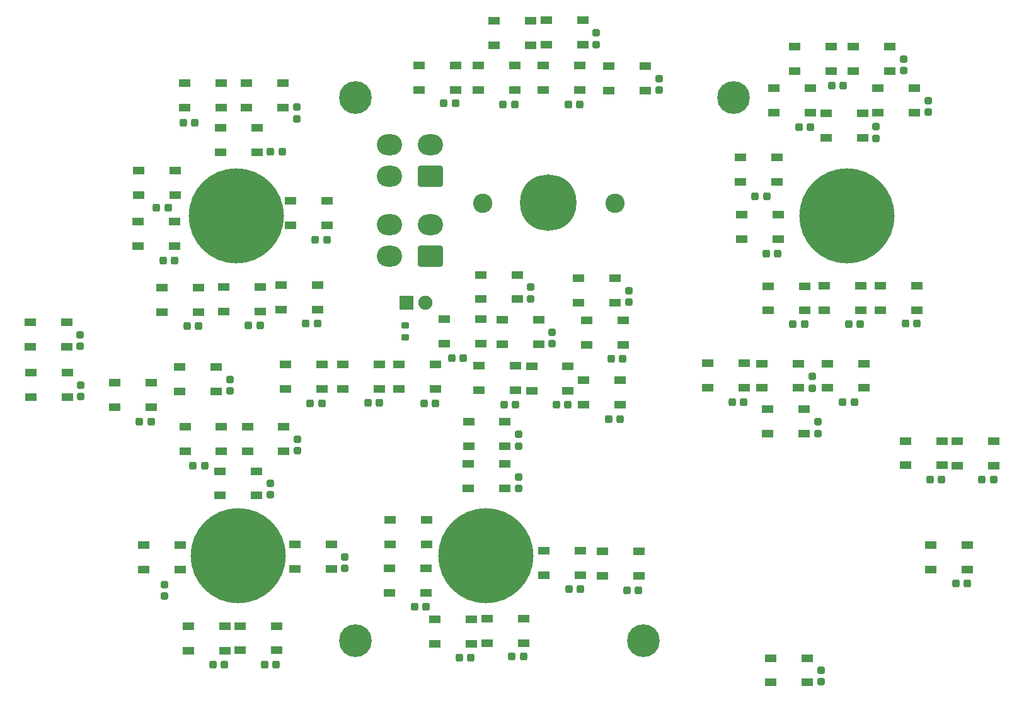
<source format=gbr>
%TF.GenerationSoftware,KiCad,Pcbnew,(6.0.9)*%
%TF.CreationDate,2022-12-26T15:58:23-09:00*%
%TF.ProjectId,ECS Panel PCB V2,45435320-5061-46e6-956c-205043422056,rev?*%
%TF.SameCoordinates,Original*%
%TF.FileFunction,Soldermask,Top*%
%TF.FilePolarity,Negative*%
%FSLAX46Y46*%
G04 Gerber Fmt 4.6, Leading zero omitted, Abs format (unit mm)*
G04 Created by KiCad (PCBNEW (6.0.9)) date 2022-12-26 15:58:23*
%MOMM*%
%LPD*%
G01*
G04 APERTURE LIST*
G04 Aperture macros list*
%AMRoundRect*
0 Rectangle with rounded corners*
0 $1 Rounding radius*
0 $2 $3 $4 $5 $6 $7 $8 $9 X,Y pos of 4 corners*
0 Add a 4 corners polygon primitive as box body*
4,1,4,$2,$3,$4,$5,$6,$7,$8,$9,$2,$3,0*
0 Add four circle primitives for the rounded corners*
1,1,$1+$1,$2,$3*
1,1,$1+$1,$4,$5*
1,1,$1+$1,$6,$7*
1,1,$1+$1,$8,$9*
0 Add four rect primitives between the rounded corners*
20,1,$1+$1,$2,$3,$4,$5,0*
20,1,$1+$1,$4,$5,$6,$7,0*
20,1,$1+$1,$6,$7,$8,$9,0*
20,1,$1+$1,$8,$9,$2,$3,0*%
G04 Aperture macros list end*
%ADD10RoundRect,0.250000X-0.275000X0.200000X-0.275000X-0.200000X0.275000X-0.200000X0.275000X0.200000X0*%
%ADD11RoundRect,0.050000X-0.900000X-0.900000X0.900000X-0.900000X0.900000X0.900000X-0.900000X0.900000X0*%
%ADD12C,1.900000*%
%ADD13RoundRect,0.275000X-0.225000X-0.250000X0.225000X-0.250000X0.225000X0.250000X-0.225000X0.250000X0*%
%ADD14RoundRect,0.275000X0.250000X-0.225000X0.250000X0.225000X-0.250000X0.225000X-0.250000X-0.225000X0*%
%ADD15RoundRect,0.275000X0.225000X0.250000X-0.225000X0.250000X-0.225000X-0.250000X0.225000X-0.250000X0*%
%ADD16RoundRect,0.275000X-0.250000X0.225000X-0.250000X-0.225000X0.250000X-0.225000X0.250000X0.225000X0*%
%ADD17RoundRect,0.050000X-0.750000X-0.450000X0.750000X-0.450000X0.750000X0.450000X-0.750000X0.450000X0*%
%ADD18RoundRect,0.300001X1.399999X-1.099999X1.399999X1.099999X-1.399999X1.099999X-1.399999X-1.099999X0*%
%ADD19O,3.400000X2.800000*%
%ADD20C,12.800000*%
%ADD21C,7.600000*%
%ADD22C,4.400000*%
%ADD23C,2.600000*%
G04 APERTURE END LIST*
D10*
%TO.C,R1*%
X74000000Y-109350000D03*
X74000000Y-111000000D03*
%TD*%
D11*
%TO.C,D1*%
X74200000Y-106300000D03*
D12*
X76740000Y-106300000D03*
%TD*%
D13*
%TO.C,C2*%
X44212500Y-82100000D03*
X45762500Y-82100000D03*
%TD*%
D14*
%TO.C,C3*%
X59500000Y-81562500D03*
X59500000Y-80012500D03*
%TD*%
D15*
%TO.C,C4*%
X57475000Y-86000000D03*
X55925000Y-86000000D03*
%TD*%
D13*
%TO.C,C5*%
X40617500Y-93540000D03*
X42167500Y-93540000D03*
%TD*%
%TO.C,C6*%
X41527500Y-100610000D03*
X43077500Y-100610000D03*
%TD*%
D16*
%TO.C,C7*%
X30360000Y-110627000D03*
X30360000Y-112177000D03*
%TD*%
%TO.C,C8*%
X30420000Y-117377000D03*
X30420000Y-118927000D03*
%TD*%
D13*
%TO.C,C9*%
X44697500Y-109470000D03*
X46247500Y-109470000D03*
%TD*%
%TO.C,C10*%
X60667500Y-109130000D03*
X62217500Y-109130000D03*
%TD*%
%TO.C,C11*%
X61947500Y-97800000D03*
X63497500Y-97800000D03*
%TD*%
%TO.C,C12*%
X52967500Y-109380000D03*
X54517500Y-109380000D03*
%TD*%
%TO.C,C13*%
X38317500Y-122280000D03*
X39867500Y-122280000D03*
%TD*%
D16*
%TO.C,C14*%
X50490000Y-116637000D03*
X50490000Y-118187000D03*
%TD*%
D13*
%TO.C,C15*%
X61267500Y-119820000D03*
X62817500Y-119820000D03*
%TD*%
%TO.C,C16*%
X68987500Y-119810000D03*
X70537500Y-119810000D03*
%TD*%
%TO.C,C17*%
X76547500Y-119840000D03*
X78097500Y-119840000D03*
%TD*%
%TO.C,C18*%
X87277500Y-119990000D03*
X88827500Y-119990000D03*
%TD*%
%TO.C,C19*%
X94335000Y-120060000D03*
X95885000Y-120060000D03*
%TD*%
%TO.C,C20*%
X101717000Y-113860000D03*
X103267000Y-113860000D03*
%TD*%
%TO.C,C21*%
X101335000Y-121990000D03*
X102885000Y-121990000D03*
%TD*%
D16*
%TO.C,C22*%
X104050000Y-104707000D03*
X104050000Y-106257000D03*
%TD*%
%TO.C,C24*%
X93750000Y-110293000D03*
X93750000Y-111843000D03*
%TD*%
D13*
%TO.C,C25*%
X80297500Y-113760000D03*
X81847500Y-113760000D03*
%TD*%
%TO.C,C26*%
X79207500Y-79500000D03*
X80757500Y-79500000D03*
%TD*%
%TO.C,C27*%
X87167500Y-79610000D03*
X88717500Y-79610000D03*
%TD*%
%TO.C,C28*%
X95917500Y-79630000D03*
X97467500Y-79630000D03*
%TD*%
D16*
%TO.C,C29*%
X99670000Y-70027500D03*
X99670000Y-71577500D03*
%TD*%
%TO.C,C30*%
X108120000Y-76127500D03*
X108120000Y-77677500D03*
%TD*%
D13*
%TO.C,C31*%
X126913000Y-82670000D03*
X128463000Y-82670000D03*
%TD*%
D16*
%TO.C,C23*%
X90860000Y-104227000D03*
X90860000Y-105777000D03*
%TD*%
D13*
%TO.C,C32*%
X45527500Y-128250000D03*
X47077500Y-128250000D03*
%TD*%
D16*
%TO.C,C33*%
X59540000Y-124657000D03*
X59540000Y-126207000D03*
%TD*%
%TO.C,C34*%
X55880000Y-130617000D03*
X55880000Y-132167000D03*
%TD*%
%TO.C,C35*%
X65910000Y-140487000D03*
X65910000Y-142037000D03*
%TD*%
D13*
%TO.C,C36*%
X75257500Y-147200000D03*
X76807500Y-147200000D03*
%TD*%
%TO.C,C37*%
X48217500Y-155030000D03*
X49767500Y-155030000D03*
%TD*%
D14*
%TO.C,C38*%
X41700000Y-145762500D03*
X41700000Y-144212500D03*
%TD*%
D13*
%TO.C,C39*%
X88353500Y-153924000D03*
X89903500Y-153924000D03*
%TD*%
%TO.C,C40*%
X81307500Y-154080000D03*
X82857500Y-154080000D03*
%TD*%
%TO.C,C41*%
X96037500Y-144800000D03*
X97587500Y-144800000D03*
%TD*%
%TO.C,C42*%
X103837000Y-145000000D03*
X105387000Y-145000000D03*
%TD*%
%TO.C,C43*%
X117972000Y-119700000D03*
X119522000Y-119700000D03*
%TD*%
%TO.C,C45*%
X144537000Y-130100000D03*
X146087000Y-130100000D03*
%TD*%
D16*
%TO.C,C46*%
X128700000Y-116237000D03*
X128700000Y-117787000D03*
%TD*%
D13*
%TO.C,C48*%
X151537000Y-130100000D03*
X153087000Y-130100000D03*
%TD*%
%TO.C,C49*%
X148037000Y-144100000D03*
X149587000Y-144100000D03*
%TD*%
D16*
%TO.C,C50*%
X129900000Y-155737000D03*
X129900000Y-157287000D03*
%TD*%
D13*
%TO.C,C51*%
X126137000Y-109200000D03*
X127687000Y-109200000D03*
%TD*%
D16*
%TO.C,C44*%
X129500000Y-122337000D03*
X129500000Y-123887000D03*
%TD*%
D15*
%TO.C,C52*%
X132863000Y-77100000D03*
X131313000Y-77100000D03*
%TD*%
D16*
%TO.C,C54*%
X144300000Y-79137500D03*
X144300000Y-80687500D03*
%TD*%
%TO.C,C55*%
X137300000Y-82637500D03*
X137300000Y-84187500D03*
%TD*%
D13*
%TO.C,C56*%
X121037000Y-92000000D03*
X122587000Y-92000000D03*
%TD*%
%TO.C,C57*%
X141237000Y-109100000D03*
X142787000Y-109100000D03*
%TD*%
%TO.C,C58*%
X133637000Y-109200000D03*
X135187000Y-109200000D03*
%TD*%
%TO.C,C60*%
X55137500Y-155000000D03*
X56687500Y-155000000D03*
%TD*%
D16*
%TO.C,C61*%
X89300000Y-124037000D03*
X89300000Y-125587000D03*
%TD*%
%TO.C,C53*%
X141000000Y-73537500D03*
X141000000Y-75087500D03*
%TD*%
D13*
%TO.C,C59*%
X122537000Y-99700000D03*
X124087000Y-99700000D03*
%TD*%
D16*
%TO.C,C62*%
X89300000Y-129737000D03*
X89300000Y-131287000D03*
%TD*%
D13*
%TO.C,C47*%
X132802000Y-119700000D03*
X134352000Y-119700000D03*
%TD*%
D17*
%TO.C,D2*%
X23712000Y-115698000D03*
X23712000Y-118998000D03*
X28612000Y-118998000D03*
X28612000Y-115698000D03*
%TD*%
%TO.C,D3*%
X23661200Y-108942000D03*
X23661200Y-112242000D03*
X28561200Y-112242000D03*
X28561200Y-108942000D03*
%TD*%
%TO.C,D4*%
X38164600Y-95378000D03*
X38164600Y-98678000D03*
X43064600Y-98678000D03*
X43064600Y-95378000D03*
%TD*%
%TO.C,D5*%
X38190000Y-88520000D03*
X38190000Y-91820000D03*
X43090000Y-91820000D03*
X43090000Y-88520000D03*
%TD*%
%TO.C,D6*%
X44413000Y-76759800D03*
X44413000Y-80059800D03*
X49313000Y-80059800D03*
X49313000Y-76759800D03*
%TD*%
%TO.C,D7*%
X52718800Y-76759800D03*
X52718800Y-80059800D03*
X57618800Y-80059800D03*
X57618800Y-76759800D03*
%TD*%
%TO.C,D9*%
X58586200Y-92609400D03*
X58586200Y-95909400D03*
X63486200Y-95909400D03*
X63486200Y-92609400D03*
%TD*%
%TO.C,D10*%
X57341600Y-103938000D03*
X57341600Y-107238000D03*
X62241600Y-107238000D03*
X62241600Y-103938000D03*
%TD*%
%TO.C,D11*%
X49620000Y-104166000D03*
X49620000Y-107466000D03*
X54520000Y-107466000D03*
X54520000Y-104166000D03*
%TD*%
%TO.C,D12*%
X41365000Y-104268000D03*
X41365000Y-107568000D03*
X46265000Y-107568000D03*
X46265000Y-104268000D03*
%TD*%
%TO.C,D13*%
X75883600Y-74397600D03*
X75883600Y-77697600D03*
X80783600Y-77697600D03*
X80783600Y-74397600D03*
%TD*%
%TO.C,D14*%
X83859200Y-74423000D03*
X83859200Y-77723000D03*
X88759200Y-77723000D03*
X88759200Y-74423000D03*
%TD*%
%TO.C,D15*%
X86004400Y-68378000D03*
X86004400Y-71678000D03*
X90904400Y-71678000D03*
X90904400Y-68378000D03*
%TD*%
%TO.C,D16*%
X92966200Y-68327200D03*
X92966200Y-71627200D03*
X97866200Y-71627200D03*
X97866200Y-68327200D03*
%TD*%
%TO.C,D17*%
X92596800Y-74397600D03*
X92596800Y-77697600D03*
X97496800Y-77697600D03*
X97496800Y-74397600D03*
%TD*%
%TO.C,D18*%
X101411000Y-74473800D03*
X101411000Y-77773800D03*
X106311000Y-77773800D03*
X106311000Y-74473800D03*
%TD*%
%TO.C,D19*%
X123573000Y-77471200D03*
X123573000Y-80771200D03*
X128473000Y-80771200D03*
X128473000Y-77471200D03*
%TD*%
%TO.C,D20*%
X126379000Y-71832200D03*
X126379000Y-75132200D03*
X131279000Y-75132200D03*
X131279000Y-71832200D03*
%TD*%
%TO.C,D21*%
X134253000Y-71832200D03*
X134253000Y-75132200D03*
X139153000Y-75132200D03*
X139153000Y-71832200D03*
%TD*%
%TO.C,D22*%
X137529000Y-77420200D03*
X137529000Y-80720200D03*
X142429000Y-80720200D03*
X142429000Y-77420200D03*
%TD*%
%TO.C,D23*%
X130558000Y-80824000D03*
X130558000Y-84124000D03*
X135458000Y-84124000D03*
X135458000Y-80824000D03*
%TD*%
%TO.C,D24*%
X119064000Y-86742000D03*
X119064000Y-90042000D03*
X123964000Y-90042000D03*
X123964000Y-86742000D03*
%TD*%
%TO.C,D25*%
X119241000Y-94438200D03*
X119241000Y-97738200D03*
X124141000Y-97738200D03*
X124141000Y-94438200D03*
%TD*%
%TO.C,D26*%
X122797000Y-104065000D03*
X122797000Y-107365000D03*
X127697000Y-107365000D03*
X127697000Y-104065000D03*
%TD*%
%TO.C,D27*%
X130316000Y-104014000D03*
X130316000Y-107314000D03*
X135216000Y-107314000D03*
X135216000Y-104014000D03*
%TD*%
%TO.C,D28*%
X137885000Y-103989000D03*
X137885000Y-107289000D03*
X142785000Y-107289000D03*
X142785000Y-103989000D03*
%TD*%
%TO.C,D30*%
X121934000Y-114479000D03*
X121934000Y-117779000D03*
X126834000Y-117779000D03*
X126834000Y-114479000D03*
%TD*%
%TO.C,D31*%
X114669000Y-114453000D03*
X114669000Y-117753000D03*
X119569000Y-117753000D03*
X119569000Y-114453000D03*
%TD*%
%TO.C,D32*%
X98021000Y-116739000D03*
X98021000Y-120039000D03*
X102921000Y-120039000D03*
X102921000Y-116739000D03*
%TD*%
%TO.C,D33*%
X98388000Y-108713000D03*
X98388000Y-112013000D03*
X103288000Y-112013000D03*
X103288000Y-108713000D03*
%TD*%
%TO.C,D34*%
X97295800Y-103023000D03*
X97295800Y-106323000D03*
X102195800Y-106323000D03*
X102195800Y-103023000D03*
%TD*%
%TO.C,D35*%
X84164000Y-102541000D03*
X84164000Y-105841000D03*
X89064000Y-105841000D03*
X89064000Y-102541000D03*
%TD*%
%TO.C,D36*%
X87034200Y-108611000D03*
X87034200Y-111911000D03*
X91934200Y-111911000D03*
X91934200Y-108611000D03*
%TD*%
%TO.C,D37*%
X91010400Y-114835000D03*
X91010400Y-118135000D03*
X95910400Y-118135000D03*
X95910400Y-114835000D03*
%TD*%
%TO.C,D38*%
X83935400Y-114809000D03*
X83935400Y-118109000D03*
X88835400Y-118109000D03*
X88835400Y-114809000D03*
%TD*%
%TO.C,D39*%
X79312600Y-108535000D03*
X79312600Y-111835000D03*
X84212600Y-111835000D03*
X84212600Y-108535000D03*
%TD*%
%TO.C,D40*%
X73216600Y-114606000D03*
X73216600Y-117906000D03*
X78116600Y-117906000D03*
X78116600Y-114606000D03*
%TD*%
%TO.C,D41*%
X65647400Y-114606000D03*
X65647400Y-117906000D03*
X70547400Y-117906000D03*
X70547400Y-114606000D03*
%TD*%
%TO.C,D42*%
X57951200Y-114606000D03*
X57951200Y-117906000D03*
X62851200Y-117906000D03*
X62851200Y-114606000D03*
%TD*%
%TO.C,D43*%
X43752600Y-114961000D03*
X43752600Y-118261000D03*
X48652600Y-118261000D03*
X48652600Y-114961000D03*
%TD*%
%TO.C,D44*%
X34989600Y-117070000D03*
X34989600Y-120370000D03*
X39889600Y-120370000D03*
X39889600Y-117070000D03*
%TD*%
%TO.C,D45*%
X44438400Y-122988000D03*
X44438400Y-126288000D03*
X49338400Y-126288000D03*
X49338400Y-122988000D03*
%TD*%
%TO.C,D46*%
X52820400Y-122962000D03*
X52820400Y-126262000D03*
X57720400Y-126262000D03*
X57720400Y-122962000D03*
%TD*%
%TO.C,D47*%
X49137400Y-128957000D03*
X49137400Y-132257000D03*
X54037400Y-132257000D03*
X54037400Y-128957000D03*
%TD*%
%TO.C,D48*%
X59195800Y-138787000D03*
X59195800Y-142087000D03*
X64095800Y-142087000D03*
X64095800Y-138787000D03*
%TD*%
%TO.C,D49*%
X51880600Y-149785000D03*
X51880600Y-153085000D03*
X56780600Y-153085000D03*
X56780600Y-149785000D03*
%TD*%
%TO.C,D50*%
X44884000Y-149810000D03*
X44884000Y-153110000D03*
X49784000Y-153110000D03*
X49784000Y-149810000D03*
%TD*%
%TO.C,D51*%
X38926600Y-138914000D03*
X38926600Y-142214000D03*
X43826600Y-142214000D03*
X43826600Y-138914000D03*
%TD*%
%TO.C,D52*%
X82538400Y-122327000D03*
X82538400Y-125627000D03*
X87438400Y-125627000D03*
X87438400Y-122327000D03*
%TD*%
%TO.C,D53*%
X82513000Y-128017000D03*
X82513000Y-131317000D03*
X87413000Y-131317000D03*
X87413000Y-128017000D03*
%TD*%
%TO.C,D54*%
X71972000Y-135510000D03*
X71972000Y-138810000D03*
X76872000Y-138810000D03*
X76872000Y-135510000D03*
%TD*%
%TO.C,D55*%
X71921200Y-142012000D03*
X71921200Y-145312000D03*
X76821200Y-145312000D03*
X76821200Y-142012000D03*
%TD*%
%TO.C,D56*%
X77991800Y-148921000D03*
X77991800Y-152221000D03*
X82891800Y-152221000D03*
X82891800Y-148921000D03*
%TD*%
%TO.C,D57*%
X85053000Y-148845000D03*
X85053000Y-152145000D03*
X89953000Y-152145000D03*
X89953000Y-148845000D03*
%TD*%
%TO.C,D58*%
X92673000Y-139701000D03*
X92673000Y-143001000D03*
X97573000Y-143001000D03*
X97573000Y-139701000D03*
%TD*%
%TO.C,D59*%
X100522000Y-139752000D03*
X100522000Y-143052000D03*
X105422000Y-143052000D03*
X105422000Y-139752000D03*
%TD*%
%TO.C,D60*%
X123128000Y-154103000D03*
X123128000Y-157403000D03*
X128028000Y-157403000D03*
X128028000Y-154103000D03*
%TD*%
%TO.C,D61*%
X144641000Y-138914000D03*
X144641000Y-142214000D03*
X149541000Y-142214000D03*
X149541000Y-138914000D03*
%TD*%
%TO.C,D62*%
X148223000Y-124918000D03*
X148223000Y-128218000D03*
X153123000Y-128218000D03*
X153123000Y-124918000D03*
%TD*%
%TO.C,D63*%
X141263000Y-124893000D03*
X141263000Y-128193000D03*
X146163000Y-128193000D03*
X146163000Y-124893000D03*
%TD*%
%TO.C,D64*%
X122721000Y-120626000D03*
X122721000Y-123926000D03*
X127621000Y-123926000D03*
X127621000Y-120626000D03*
%TD*%
%TO.C,D8*%
X49213600Y-82754200D03*
X49213600Y-86054200D03*
X54113600Y-86054200D03*
X54113600Y-82754200D03*
%TD*%
%TO.C,D29*%
X130722000Y-114479000D03*
X130722000Y-117779000D03*
X135622000Y-117779000D03*
X135622000Y-114479000D03*
%TD*%
D18*
%TO.C,J1*%
X77436000Y-89248600D03*
D19*
X77436000Y-85048600D03*
X71936000Y-89248600D03*
X71936000Y-85048600D03*
%TD*%
D18*
%TO.C,J2*%
X77436000Y-100000000D03*
D19*
X77436000Y-95800000D03*
X71936000Y-100000000D03*
X71936000Y-95800000D03*
%TD*%
D20*
%TO.C,1*%
X51308000Y-94589600D03*
X51308000Y-94589600D03*
%TD*%
%TO.C,3*%
X133350000Y-94589600D03*
X133350000Y-94589600D03*
%TD*%
%TO.C,5*%
X51562000Y-140309600D03*
%TD*%
%TO.C,REF\u002A\u002A*%
X84899499Y-140309600D03*
%TD*%
D21*
%TO.C,REF\u002A\u002A*%
X93275000Y-92850000D03*
X93275000Y-92850000D03*
%TD*%
D22*
%TO.C,REF\u002A\u002A*%
X67310000Y-78714600D03*
%TD*%
%TO.C,REF\u002A\u002A*%
X118110000Y-78714600D03*
%TD*%
%TO.C,REF\u002A\u002A*%
X106045000Y-151739600D03*
%TD*%
%TO.C,REF\u002A\u002A*%
X67310000Y-151739600D03*
%TD*%
D23*
%TO.C,REF\u002A\u002A*%
X84455000Y-92938600D03*
%TD*%
%TO.C,REF\u002A\u002A*%
X102235000Y-92938600D03*
%TD*%
M02*

</source>
